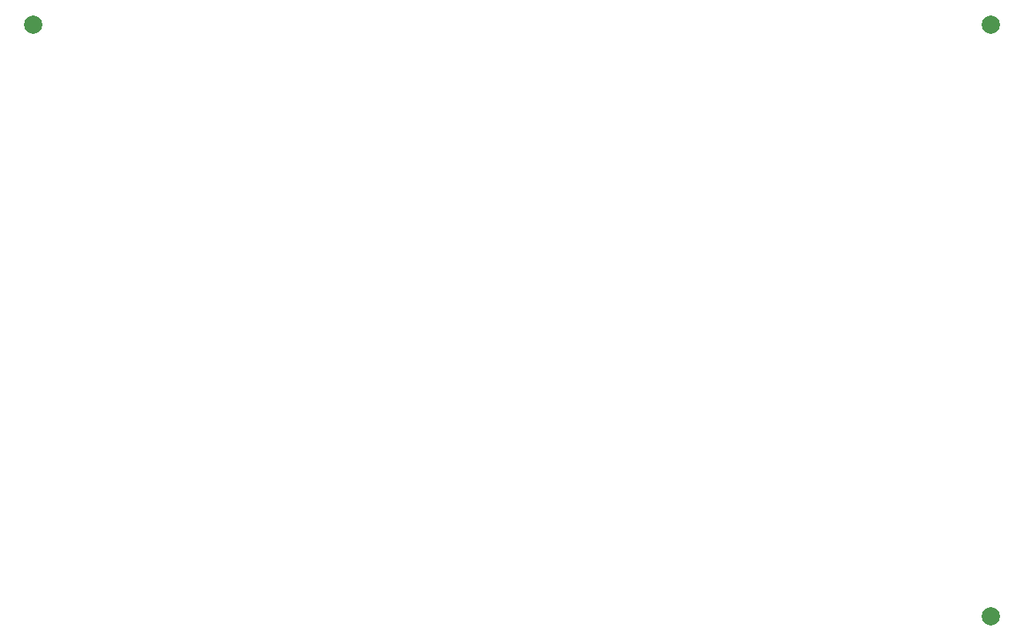
<source format=gbr>
%TF.GenerationSoftware,KiCad,Pcbnew,9.0.1*%
%TF.CreationDate,2025-08-14T13:28:43-04:00*%
%TF.ProjectId,viagrid,76696167-7269-4642-9e6b-696361645f70,rev?*%
%TF.SameCoordinates,Original*%
%TF.FileFunction,Soldermask,Top*%
%TF.FilePolarity,Negative*%
%FSLAX46Y46*%
G04 Gerber Fmt 4.6, Leading zero omitted, Abs format (unit mm)*
G04 Created by KiCad (PCBNEW 9.0.1) date 2025-08-14 13:28:43*
%MOMM*%
%LPD*%
G01*
G04 APERTURE LIST*
%ADD10C,2.000000*%
G04 APERTURE END LIST*
D10*
%TO.C,REF\u002A\u002A*%
X107500000Y67500000D03*
%TD*%
%TO.C,REF\u002A\u002A*%
X2500000Y67500000D03*
%TD*%
%TO.C,REF\u002A\u002A*%
X107500000Y2500000D03*
%TD*%
M02*

</source>
